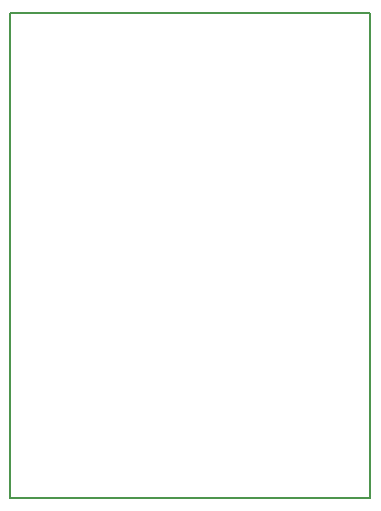
<source format=gbr>
%TF.GenerationSoftware,KiCad,Pcbnew,9.0.1*%
%TF.CreationDate,2025-07-06T22:17:40-07:00*%
%TF.ProjectId,pcb,7063622e-6b69-4636-9164-5f7063625858,rev?*%
%TF.SameCoordinates,Original*%
%TF.FileFunction,Profile,NP*%
%FSLAX46Y46*%
G04 Gerber Fmt 4.6, Leading zero omitted, Abs format (unit mm)*
G04 Created by KiCad (PCBNEW 9.0.1) date 2025-07-06 22:17:40*
%MOMM*%
%LPD*%
G01*
G04 APERTURE LIST*
%TA.AperFunction,Profile*%
%ADD10C,0.200000*%
%TD*%
G04 APERTURE END LIST*
D10*
X160500000Y-121000000D02*
X160500000Y-80000000D01*
X130000000Y-121000000D02*
X160500000Y-121000000D01*
X130000000Y-80000000D02*
X130000000Y-121000000D01*
X160500000Y-80000000D02*
X130000000Y-80000000D01*
M02*

</source>
